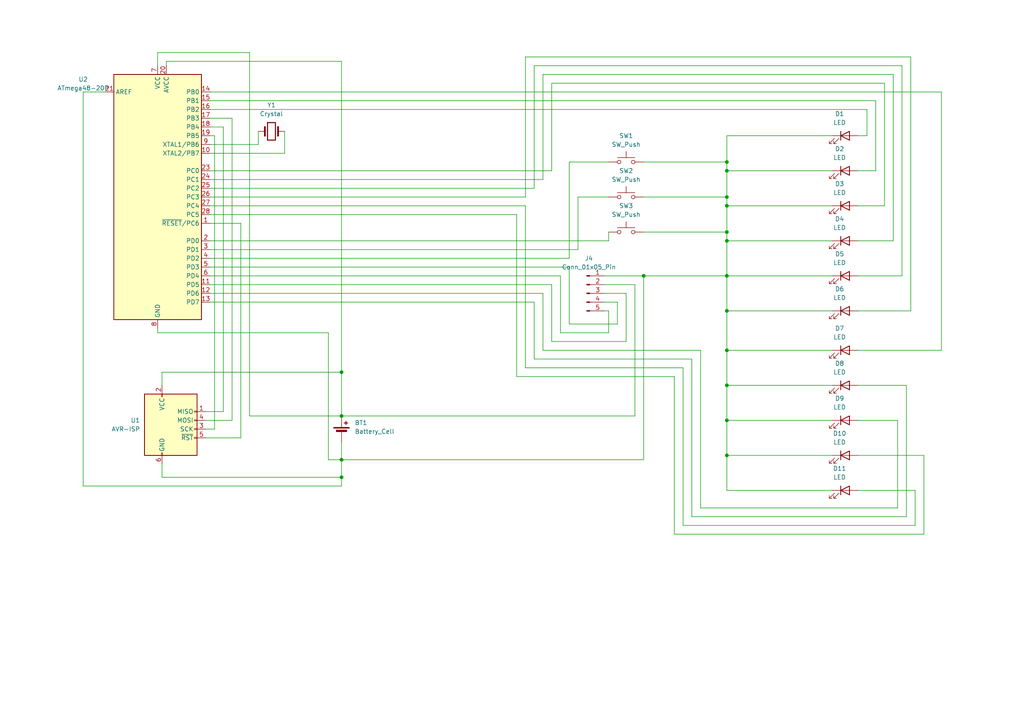
<source format=kicad_sch>
(kicad_sch (version 20231120) (generator "eeschema") (generator_version "8.0")
  (paper "A4")
  (title_block (title "Schaltplan Binäruhr V5") (date "2024-02-01") (comment 1 "xxxxxxx") (comment 2 "xxxxxxx"))
  (lib_symbols
    (symbol "Connector:AVR-ISP-6" (pin_names (offset 1.016))
      (property "Reference" "J" (at -6.35 11.43 0))
      (property "Value" "AVR-ISP-6" (at 0 11.43 0))
      (symbol "AVR-ISP-6_0_1"
        (rectangle (start -2.667 -6.858) (end -2.413 -7.62))
        (rectangle (start -2.667 10.16) (end -2.413 9.398))
        (rectangle (start 7.62 -2.413) (end 6.858 -2.667))
        (rectangle (start 7.62 0.127) (end 6.858 -0.127))
        (rectangle (start 7.62 2.667) (end 6.858 2.413))
        (rectangle (start 7.62 5.207) (end 6.858 4.953))
        (rectangle (start 7.62 10.16) (end -7.62 -7.62) (stroke (width 0.254)) (fill (type background)))
      )
      (symbol "AVR-ISP-6_1_1"
        (pin passive line (at 10.16 5.08 180) (length 2.54) (name "MISO") (number "1"))
        (pin passive line (at -2.54 12.7 270) (length 2.54) (name "VCC") (number "2"))
        (pin passive line (at 10.16 0 180) (length 2.54) (name "SCK") (number "3"))
        (pin passive line (at 10.16 2.54 180) (length 2.54) (name "MOSI") (number "4"))
        (pin passive line (at 10.16 -2.54 180) (length 2.54) (name "~{RST}") (number "5"))
        (pin passive line (at -2.54 -10.16 90) (length 2.54) (name "GND") (number "6"))
      )
    )
    (symbol "Connector:Conn_01x05_Pin" (pin_names (offset 1.016) hide)
      (property "Reference" "J" (at 0 7.62 0))
      (property "Value" "Conn_01x05_Pin" (at 0 -7.62 0))
      (symbol "Conn_01x05_Pin_1_1"
        (polyline (pts (xy 1.27 -5.08) (xy 0.8636 -5.08)) (stroke (width 0.1524)))
        (polyline (pts (xy 1.27 -2.54) (xy 0.8636 -2.54)) (stroke (width 0.1524)))
        (polyline (pts (xy 1.27 0) (xy 0.8636 0)) (stroke (width 0.1524)))
        (polyline (pts (xy 1.27 2.54) (xy 0.8636 2.54)) (stroke (width 0.1524)))
        (polyline (pts (xy 1.27 5.08) (xy 0.8636 5.08)) (stroke (width 0.1524)))
        (rectangle (start 0.8636 -4.953) (end 0 -5.207) (stroke (width 0.1524)) (fill (type outline)))
        (rectangle (start 0.8636 -2.413) (end 0 -2.667) (stroke (width 0.1524)) (fill (type outline)))
        (rectangle (start 0.8636 0.127) (end 0 -0.127) (stroke (width 0.1524)) (fill (type outline)))
        (rectangle (start 0.8636 2.667) (end 0 2.413) (stroke (width 0.1524)) (fill (type outline)))
        (rectangle (start 0.8636 5.207) (end 0 4.953) (stroke (width 0.1524)) (fill (type outline)))
        (pin passive line (at 5.08 5.08 180) (length 3.81) (name "Pin_1") (number "1"))
        (pin passive line (at 5.08 2.54 180) (length 3.81) (name "Pin_2") (number "2"))
        (pin passive line (at 5.08 0 180) (length 3.81) (name "Pin_3") (number "3"))
        (pin passive line (at 5.08 -2.54 180) (length 3.81) (name "Pin_4") (number "4"))
        (pin passive line (at 5.08 -5.08 180) (length 3.81) (name "Pin_5") (number "5"))
      )
    )
    (symbol "Device:Battery_Cell" (pin_numbers hide) (pin_names (offset 0) hide)
      (property "Reference" "BT" (at 2.54 2.54 0))
      (property "Value" "Battery_Cell" (at 2.54 0 0))
      (symbol "Battery_Cell_0_1"
        (rectangle (start -2.286 1.778) (end 2.286 1.524) (fill (type outline)))
        (rectangle (start -1.524 1.016) (end 1.524 0.508) (fill (type outline)))
        (polyline (pts (xy 0 0.762) (xy 0 0)))
        (polyline (pts (xy 0 1.778) (xy 0 2.54)))
        (polyline (pts (xy 0.762 3.048) (xy 1.778 3.048)) (stroke (width 0.254)))
        (polyline (pts (xy 1.27 3.556) (xy 1.27 2.54)) (stroke (width 0.254)))
      )
      (symbol "Battery_Cell_1_1"
        (pin passive line (at 0 5.08 270) (length 2.54) (name "+") (number "1"))
        (pin passive line (at 0 -2.54 90) (length 2.54) (name "-") (number "2"))
      )
    )
    (symbol "Device:Crystal" (pin_numbers hide) (pin_names (offset 1.016) hide)
      (property "Reference" "Y" (at 0 3.81 0))
      (property "Value" "Crystal" (at 0 -3.81 0))
      (symbol "Crystal_0_1"
        (rectangle (start -1.143 2.54) (end 1.143 -2.54) (stroke (width 0.3048)))
        (polyline (pts (xy -2.54 0) (xy -1.905 0)))
        (polyline (pts (xy -1.905 -1.27) (xy -1.905 1.27)) (stroke (width 0.508)))
        (polyline (pts (xy 1.905 -1.27) (xy 1.905 1.27)) (stroke (width 0.508)))
        (polyline (pts (xy 2.54 0) (xy 1.905 0)))
      )
      (symbol "Crystal_1_1"
        (pin passive line (at -3.81 0 0) (length 1.27) (name "1") (number "1"))
        (pin passive line (at 3.81 0 180) (length 1.27) (name "2") (number "2"))
      )
    )
    (symbol "Device:LED" (pin_numbers hide) (pin_names (offset 1.016) hide)
      (property "Reference" "D" (at 0 2.54 0))
      (property "Value" "LED" (at 0 -2.54 0))
      (symbol "LED_0_1"
        (polyline (pts (xy -1.27 -1.27) (xy -1.27 1.27)) (stroke (width 0.254)))
        (polyline (pts (xy -1.27 0) (xy 1.27 0)))
        (polyline (pts (xy 1.27 -1.27) (xy 1.27 1.27) (xy -1.27 0) (xy 1.27 -1.27)) (stroke (width 0.254)))
        (polyline (pts (xy -3.048 -0.762) (xy -4.572 -2.286) (xy -3.81 -2.286) (xy -4.572 -2.286) (xy -4.572 -1.524)))
        (polyline (pts (xy -1.778 -0.762) (xy -3.302 -2.286) (xy -2.54 -2.286) (xy -3.302 -2.286) (xy -3.302 -1.524)))
      )
      (symbol "LED_1_1"
        (pin passive line (at -3.81 0 0) (length 2.54) (name "K") (number "1"))
        (pin passive line (at 3.81 0 180) (length 2.54) (name "A") (number "2"))
      )
    )
    (symbol "MCU_Microchip_ATmega:ATmega48-20P"
      (property "Reference" "U" (at -12.7 36.83 0))
      (property "Value" "ATmega48-20P" (at 2.54 -36.83 0))
      (symbol "ATmega48-20P_0_1"
        (rectangle (start -12.7 -35.56) (end 12.7 35.56) (stroke (width 0.254)) (fill (type background)))
      )
      (symbol "ATmega48-20P_1_1"
        (pin bidirectional line (at 15.24 -7.62 180) (length 2.54) (name "~{RESET}/PC6") (number "1"))
        (pin bidirectional line (at 15.24 12.7 180) (length 2.54) (name "XTAL2/PB7") (number "10"))
        (pin bidirectional line (at 15.24 -25.4 180) (length 2.54) (name "PD5") (number "11"))
        (pin bidirectional line (at 15.24 -27.94 180) (length 2.54) (name "PD6") (number "12"))
        (pin bidirectional line (at 15.24 -30.48 180) (length 2.54) (name "PD7") (number "13"))
        (pin bidirectional line (at 15.24 30.48 180) (length 2.54) (name "PB0") (number "14"))
        (pin bidirectional line (at 15.24 27.94 180) (length 2.54) (name "PB1") (number "15"))
        (pin bidirectional line (at 15.24 25.4 180) (length 2.54) (name "PB2") (number "16"))
        (pin bidirectional line (at 15.24 22.86 180) (length 2.54) (name "PB3") (number "17"))
        (pin bidirectional line (at 15.24 20.32 180) (length 2.54) (name "PB4") (number "18"))
        (pin bidirectional line (at 15.24 17.78 180) (length 2.54) (name "PB5") (number "19"))
        (pin bidirectional line (at 15.24 -12.7 180) (length 2.54) (name "PD0") (number "2"))
        (pin power_in line (at 2.54 38.1 270) (length 2.54) (name "AVCC") (number "20"))
        (pin passive line (at -15.24 30.48 0) (length 2.54) (name "AREF") (number "21"))
        (pin passive line (at 0 -38.1 90) (length 2.54) hide (name "GND") (number "22"))
        (pin bidirectional line (at 15.24 7.62 180) (length 2.54) (name "PC0") (number "23"))
        (pin bidirectional line (at 15.24 5.08 180) (length 2.54) (name "PC1") (number "24"))
        (pin bidirectional line (at 15.24 2.54 180) (length 2.54) (name "PC2") (number "25"))
        (pin bidirectional line (at 15.24 0 180) (length 2.54) (name "PC3") (number "26"))
        (pin bidirectional line (at 15.24 -2.54 180) (length 2.54) (name "PC4") (number "27"))
        (pin bidirectional line (at 15.24 -5.08 180) (length 2.54) (name "PC5") (number "28"))
        (pin bidirectional line (at 15.24 -15.24 180) (length 2.54) (name "PD1") (number "3"))
        (pin bidirectional line (at 15.24 -17.78 180) (length 2.54) (name "PD2") (number "4"))
        (pin bidirectional line (at 15.24 -20.32 180) (length 2.54) (name "PD3") (number "5"))
        (pin bidirectional line (at 15.24 -22.86 180) (length 2.54) (name "PD4") (number "6"))
        (pin power_in line (at 0 38.1 270) (length 2.54) (name "VCC") (number "7"))
        (pin power_in line (at 0 -38.1 90) (length 2.54) (name "GND") (number "8"))
        (pin bidirectional line (at 15.24 15.24 180) (length 2.54) (name "XTAL1/PB6") (number "9"))
      )
    )
    (symbol "Switch:SW_Push" (pin_numbers hide) (pin_names (offset 1.016) hide)
      (property "Reference" "SW" (at 1.27 2.54 0))
      (property "Value" "SW_Push" (at 0 -1.524 0))
      (symbol "SW_Push_0_1"
        (circle (center -2.032 0) (radius 0.508))
        (polyline (pts (xy 0 1.27) (xy 0 3.048)))
        (polyline (pts (xy 2.54 1.27) (xy -2.54 1.27)))
        (circle (center 2.032 0) (radius 0.508))
        (pin passive line (at -5.08 0 0) (length 2.54) (name "1") (number "1"))
        (pin passive line (at 5.08 0 180) (length 2.54) (name "2") (number "2"))
      )
    )
  )
  (junction (at 210.82 90.17))
  (junction (at 210.82 69.85))
  (junction (at 210.82 121.92))
  (junction (at 99.06 120.65))
  (junction (at 210.82 101.6))
  (junction (at 99.06 107.95))
  (junction (at 210.82 46.99))
  (junction (at 210.82 67.31))
  (junction (at 210.82 132.08))
  (junction (at 210.82 57.15))
  (junction (at 210.82 111.76))
  (junction (at 99.06 133.35))
  (junction (at 210.82 80.01))
  (junction (at 210.82 49.53))
  (junction (at 186.69 80.01))
  (junction (at 99.06 138.43))
  (junction (at 210.82 59.69))
  (wire (pts (xy 241.3 132.08) (xy 210.82 132.08)))
  (wire (pts (xy 264.16 90.17) (xy 248.92 90.17)))
  (wire (pts (xy 210.82 121.92) (xy 210.82 111.76)))
  (wire (pts (xy 64.77 36.83) (xy 64.77 119.38)))
  (wire (pts (xy 167.64 57.15) (xy 176.53 57.15)))
  (wire (pts (xy 149.86 109.22) (xy 195.58 109.22)))
  (wire (pts (xy 210.82 59.69) (xy 241.3 59.69)))
  (wire (pts (xy 210.82 49.53) (xy 210.82 57.15)))
  (wire (pts (xy 67.31 34.29) (xy 67.31 121.92)))
  (wire (pts (xy 48.26 17.78) (xy 48.26 19.05)))
  (wire (pts (xy 48.26 17.78) (xy 99.06 17.78)))
  (wire (pts (xy 165.1 93.98) (xy 179.07 93.98)))
  (wire (pts (xy 179.07 87.63) (xy 175.26 87.63)))
  (wire (pts (xy 176.53 90.17) (xy 175.26 90.17)))
  (wire (pts (xy 60.96 49.53) (xy 160.02 49.53)))
  (wire (pts (xy 186.69 80.01) (xy 186.69 133.35)))
  (wire (pts (xy 60.96 74.93) (xy 165.1 74.93)))
  (wire (pts (xy 210.82 49.53) (xy 241.3 49.53)))
  (wire (pts (xy 210.82 69.85) (xy 210.82 80.01)))
  (wire (pts (xy 251.46 39.37) (xy 248.92 39.37)))
  (wire (pts (xy 60.96 34.29) (xy 67.31 34.29)))
  (wire (pts (xy 60.96 44.45) (xy 82.55 44.45)))
  (wire (pts (xy 210.82 80.01) (xy 186.69 80.01)))
  (wire (pts (xy 45.72 96.52) (xy 95.25 96.52)))
  (wire (pts (xy 60.96 29.21) (xy 254 29.21)))
  (wire (pts (xy 60.96 64.77) (xy 69.85 64.77)))
  (wire (pts (xy 210.82 59.69) (xy 210.82 67.31)))
  (wire (pts (xy 210.82 39.37) (xy 210.82 46.99)))
  (wire (pts (xy 203.2 147.32) (xy 260.35 147.32)))
  (wire (pts (xy 95.25 133.35) (xy 99.06 133.35)))
  (wire (pts (xy 72.39 15.24) (xy 72.39 120.65)))
  (wire (pts (xy 165.1 74.93) (xy 165.1 46.99)))
  (wire (pts (xy 72.39 120.65) (xy 99.06 120.65)))
  (wire (pts (xy 210.82 80.01) (xy 241.3 80.01)))
  (wire (pts (xy 154.94 87.63) (xy 154.94 104.14)))
  (wire (pts (xy 45.72 19.05) (xy 45.72 15.24)))
  (wire (pts (xy 99.06 133.35) (xy 99.06 128.27)))
  (wire (pts (xy 179.07 93.98) (xy 179.07 87.63)))
  (wire (pts (xy 203.2 101.6) (xy 203.2 147.32)))
  (wire (pts (xy 256.54 24.13) (xy 256.54 59.69)))
  (wire (pts (xy 60.96 54.61) (xy 154.94 54.61)))
  (wire (pts (xy 154.94 54.61) (xy 154.94 19.05)))
  (wire (pts (xy 152.4 106.68) (xy 198.12 106.68)))
  (wire (pts (xy 46.99 138.43) (xy 99.06 138.43)))
  (wire (pts (xy 45.72 15.24) (xy 72.39 15.24)))
  (wire (pts (xy 74.93 41.91) (xy 74.93 38.1)))
  (wire (pts (xy 195.58 109.22) (xy 195.58 154.94)))
  (wire (pts (xy 259.08 21.59) (xy 259.08 69.85)))
  (wire (pts (xy 198.12 152.4) (xy 265.43 152.4)))
  (wire (pts (xy 181.61 99.06) (xy 181.61 85.09)))
  (wire (pts (xy 165.1 46.99) (xy 176.53 46.99)))
  (wire (pts (xy 254 29.21) (xy 254 49.53)))
  (wire (pts (xy 210.82 57.15) (xy 210.82 59.69)))
  (wire (pts (xy 59.69 124.46) (xy 62.23 124.46)))
  (wire (pts (xy 167.64 72.39) (xy 167.64 57.15)))
  (wire (pts (xy 186.69 133.35) (xy 99.06 133.35)))
  (wire (pts (xy 241.3 111.76) (xy 210.82 111.76)))
  (wire (pts (xy 60.96 57.15) (xy 152.4 57.15)))
  (wire (pts (xy 82.55 44.45) (xy 82.55 38.1)))
  (wire (pts (xy 157.48 101.6) (xy 203.2 101.6)))
  (wire (pts (xy 210.82 101.6) (xy 210.82 90.17)))
  (wire (pts (xy 261.62 19.05) (xy 261.62 80.01)))
  (wire (pts (xy 273.05 101.6) (xy 248.92 101.6)))
  (wire (pts (xy 210.82 67.31) (xy 210.82 69.85)))
  (wire (pts (xy 165.1 77.47) (xy 165.1 93.98)))
  (wire (pts (xy 60.96 77.47) (xy 165.1 77.47)))
  (wire (pts (xy 241.3 101.6) (xy 210.82 101.6)))
  (wire (pts (xy 60.96 59.69) (xy 152.4 59.69)))
  (wire (pts (xy 60.96 41.91) (xy 74.93 41.91)))
  (wire (pts (xy 60.96 69.85) (xy 176.53 69.85)))
  (wire (pts (xy 60.96 26.67) (xy 273.05 26.67)))
  (wire (pts (xy 60.96 36.83) (xy 64.77 36.83)))
  (wire (pts (xy 99.06 17.78) (xy 99.06 107.95)))
  (wire (pts (xy 267.97 154.94) (xy 267.97 132.08)))
  (wire (pts (xy 262.89 111.76) (xy 248.92 111.76)))
  (wire (pts (xy 157.48 21.59) (xy 259.08 21.59)))
  (wire (pts (xy 69.85 64.77) (xy 69.85 127)))
  (wire (pts (xy 241.3 90.17) (xy 210.82 90.17)))
  (wire (pts (xy 99.06 138.43) (xy 99.06 133.35)))
  (wire (pts (xy 200.66 149.86) (xy 262.89 149.86)))
  (wire (pts (xy 210.82 69.85) (xy 241.3 69.85)))
  (wire (pts (xy 241.3 121.92) (xy 210.82 121.92)))
  (wire (pts (xy 265.43 152.4) (xy 265.43 142.24)))
  (wire (pts (xy 186.69 46.99) (xy 210.82 46.99)))
  (wire (pts (xy 95.25 96.52) (xy 95.25 133.35)))
  (wire (pts (xy 267.97 132.08) (xy 248.92 132.08)))
  (wire (pts (xy 241.3 39.37) (xy 210.82 39.37)))
  (wire (pts (xy 210.82 111.76) (xy 210.82 101.6)))
  (wire (pts (xy 181.61 85.09) (xy 175.26 85.09)))
  (wire (pts (xy 162.56 96.52) (xy 176.53 96.52)))
  (wire (pts (xy 157.48 85.09) (xy 157.48 101.6)))
  (wire (pts (xy 60.96 80.01) (xy 162.56 80.01)))
  (wire (pts (xy 46.99 107.95) (xy 99.06 107.95)))
  (wire (pts (xy 60.96 85.09) (xy 157.48 85.09)))
  (wire (pts (xy 69.85 127) (xy 59.69 127)))
  (wire (pts (xy 251.46 31.75) (xy 251.46 39.37)))
  (wire (pts (xy 184.15 82.55) (xy 184.15 120.65)))
  (wire (pts (xy 154.94 104.14) (xy 200.66 104.14)))
  (wire (pts (xy 261.62 80.01) (xy 248.92 80.01)))
  (wire (pts (xy 149.86 62.23) (xy 149.86 109.22)))
  (wire (pts (xy 273.05 26.67) (xy 273.05 101.6)))
  (wire (pts (xy 60.96 82.55) (xy 160.02 82.55)))
  (wire (pts (xy 152.4 59.69) (xy 152.4 106.68)))
  (wire (pts (xy 195.58 154.94) (xy 267.97 154.94)))
  (wire (pts (xy 60.96 52.07) (xy 157.48 52.07)))
  (wire (pts (xy 265.43 142.24) (xy 248.92 142.24)))
  (wire (pts (xy 162.56 80.01) (xy 162.56 96.52)))
  (wire (pts (xy 154.94 19.05) (xy 261.62 19.05)))
  (wire (pts (xy 24.13 140.97) (xy 99.06 140.97)))
  (wire (pts (xy 241.3 142.24) (xy 210.82 142.24)))
  (wire (pts (xy 60.96 31.75) (xy 251.46 31.75)))
  (wire (pts (xy 176.53 69.85) (xy 176.53 67.31)))
  (wire (pts (xy 24.13 26.67) (xy 30.48 26.67)))
  (wire (pts (xy 184.15 120.65) (xy 99.06 120.65)))
  (wire (pts (xy 160.02 24.13) (xy 256.54 24.13)))
  (wire (pts (xy 160.02 49.53) (xy 160.02 24.13)))
  (wire (pts (xy 210.82 142.24) (xy 210.82 132.08)))
  (wire (pts (xy 210.82 90.17) (xy 210.82 80.01)))
  (wire (pts (xy 160.02 82.55) (xy 160.02 99.06)))
  (wire (pts (xy 264.16 16.51) (xy 264.16 90.17)))
  (wire (pts (xy 175.26 82.55) (xy 184.15 82.55)))
  (wire (pts (xy 60.96 72.39) (xy 167.64 72.39)))
  (wire (pts (xy 60.96 87.63) (xy 154.94 87.63)))
  (wire (pts (xy 260.35 147.32) (xy 260.35 121.92)))
  (wire (pts (xy 175.26 80.01) (xy 186.69 80.01)))
  (wire (pts (xy 46.99 111.76) (xy 46.99 107.95)))
  (wire (pts (xy 176.53 96.52) (xy 176.53 90.17)))
  (wire (pts (xy 210.82 132.08) (xy 210.82 121.92)))
  (wire (pts (xy 186.69 57.15) (xy 210.82 57.15)))
  (wire (pts (xy 186.69 67.31) (xy 210.82 67.31)))
  (wire (pts (xy 62.23 39.37) (xy 62.23 124.46)))
  (wire (pts (xy 200.66 104.14) (xy 200.66 149.86)))
  (wire (pts (xy 210.82 46.99) (xy 210.82 49.53)))
  (wire (pts (xy 67.31 121.92) (xy 59.69 121.92)))
  (wire (pts (xy 262.89 149.86) (xy 262.89 111.76)))
  (wire (pts (xy 99.06 140.97) (xy 99.06 138.43)))
  (wire (pts (xy 59.69 119.38) (xy 64.77 119.38)))
  (wire (pts (xy 99.06 107.95) (xy 99.06 120.65)))
  (wire (pts (xy 152.4 57.15) (xy 152.4 16.51)))
  (wire (pts (xy 60.96 62.23) (xy 149.86 62.23)))
  (wire (pts (xy 45.72 96.52) (xy 45.72 95.25)))
  (wire (pts (xy 259.08 69.85) (xy 248.92 69.85)))
  (wire (pts (xy 157.48 52.07) (xy 157.48 21.59)))
  (wire (pts (xy 46.99 134.62) (xy 46.99 138.43)))
  (wire (pts (xy 152.4 16.51) (xy 264.16 16.51)))
  (wire (pts (xy 160.02 99.06) (xy 181.61 99.06)))
  (wire (pts (xy 24.13 26.67) (xy 24.13 140.97)))
  (wire (pts (xy 198.12 106.68) (xy 198.12 152.4)))
  (wire (pts (xy 256.54 59.69) (xy 248.92 59.69)))
  (wire (pts (xy 260.35 121.92) (xy 248.92 121.92)))
  (wire (pts (xy 60.96 39.37) (xy 62.23 39.37)))
  (wire (pts (xy 254 49.53) (xy 248.92 49.53)))
  (symbol (lib_id "Device:LED") (at 245.11 132.08 0) (unit 1)
    (property "Reference" "D10" (at 243.5225 125.73 0))
    (property "Value" "LED" (at 243.5225 128.27 0))
  )
  (symbol (lib_id "Device:LED") (at 245.11 39.37 0) (unit 1)
    (property "Reference" "D1" (at 243.5225 33.02 0))
    (property "Value" "LED" (at 243.5225 35.56 0))
  )
  (symbol (lib_id "Device:LED") (at 245.11 101.6 0) (unit 1)
    (property "Reference" "D7" (at 243.5225 95.25 0))
    (property "Value" "LED" (at 243.5225 97.79 0))
  )
  (symbol (lib_id "Device:Crystal") (at 78.74 38.1 0) (unit 1)
    (property "Reference" "Y1" (at 78.74 30.48 0))
    (property "Value" "Crystal" (at 78.74 33.02 0))
  )
  (symbol (lib_id "Device:LED") (at 245.11 142.24 0) (unit 1)
    (property "Reference" "D11" (at 243.5225 135.89 0))
    (property "Value" "LED" (at 243.5225 138.43 0))
  )
  (symbol (lib_id "Device:LED") (at 245.11 69.85 0) (unit 1)
    (property "Reference" "D4" (at 243.5225 63.5 0))
    (property "Value" "LED" (at 243.5225 66.04 0))
  )
  (symbol (lib_id "Device:LED") (at 245.11 111.76 0) (unit 1)
    (property "Reference" "D8" (at 243.5225 105.41 0))
    (property "Value" "LED" (at 243.5225 107.95 0))
  )
  (symbol (lib_id "Device:LED") (at 245.11 59.69 0) (unit 1)
    (property "Reference" "D3" (at 243.5225 53.34 0))
    (property "Value" "LED" (at 243.5225 55.88 0))
  )
  (symbol (lib_id "Device:Battery_Cell") (at 99.06 125.73 0) (unit 1)
    (property "Reference" "BT1" (at 102.87 122.6185 0) (effects (justify left)))
    (property "Value" "Battery_Cell" (at 102.87 125.1585 0) (effects (justify left)))
  )
  (symbol (lib_id "Device:LED") (at 245.11 121.92 0) (unit 1)
    (property "Reference" "D9" (at 243.5225 115.57 0))
    (property "Value" "LED" (at 243.5225 118.11 0))
  )
  (symbol (lib_id "Device:LED") (at 245.11 80.01 0) (unit 1)
    (property "Reference" "D5" (at 243.5225 73.66 0))
    (property "Value" "LED" (at 243.5225 76.2 0))
  )
  (symbol (lib_id "MCU_Microchip_ATmega:ATmega48-20P") (at 45.72 57.15 0) (unit 1)
    (property "Reference" "U2" (at 24.13 23.0221 0))
    (property "Value" "ATmega48-20P" (at 24.13 25.5621 0))
    (property "Footprint" "Package_DIP:DIP-28_W7.62mm" (effects (hide yes)))
    (property "Datasheet" "http://ww1.microchip.com/downloads/en/DeviceDoc/Atmel-2545-8-bit-AVR-Microcontroller-ATmega48-88-168_Datasheet.pdf" (effects (hide yes)))
  )
  (symbol (lib_id "Connector:AVR-ISP-6") (at 49.53 124.46 0) (unit 1)
    (property "Reference" "U1" (at 40.64 121.92 0) (effects (justify right)))
    (property "Value" "AVR-ISP" (at 40.64 124.46 0) (effects (justify right)))
    (property "Datasheet" " ~" (effects (hide yes)))
  )
  (symbol (lib_id "Device:LED") (at 245.11 49.53 0) (unit 1)
    (property "Reference" "D2" (at 243.5225 43.18 0))
    (property "Value" "LED" (at 243.5225 45.72 0))
  )
  (symbol (lib_id "Device:LED") (at 245.11 90.17 0) (unit 1)
    (property "Reference" "D6" (at 243.5225 83.82 0))
    (property "Value" "LED" (at 243.5225 86.36 0))
  )
  (symbol (lib_id "Connector:Conn_01x05_Pin") (at 170.18 85.09 0) (unit 1)
    (property "Reference" "J4" (at 170.815 74.93 0))
    (property "Value" "Conn_01x05_Pin" (at 170.815 77.47 0))
  )
  (symbol (lib_id "Switch:SW_Push") (at 181.61 67.31 0) (unit 1)
    (property "Reference" "SW3" (at 181.61 59.69 0))
    (property "Value" "SW_Push" (at 181.61 62.23 0))
  )
  (symbol (lib_id "Switch:SW_Push") (at 181.61 57.15 0) (unit 1)
    (property "Reference" "SW2" (at 181.61 49.53 0))
    (property "Value" "SW_Push" (at 181.61 52.07 0))
  )
  (symbol (lib_id "Switch:SW_Push") (at 181.61 46.99 0) (unit 1)
    (property "Reference" "SW1" (at 181.61 39.37 0))
    (property "Value" "SW_Push" (at 181.61 41.91 0))
  )
)
</source>
